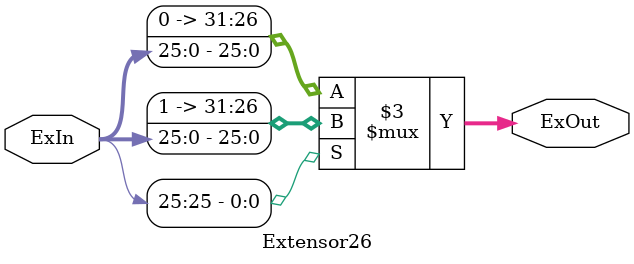
<source format=v>
 module Extensor26 ( ExIn , ExOut ) ;

 input [25:0] ExIn ;
 output reg [31:0] ExOut ;


 always @ (*)
 begin
 if ( ExIn [25])
 ExOut = {6 'b111111 , ExIn} ;
 else
 ExOut = {6 'b000000, ExIn} ;
 end

 endmodule

</source>
